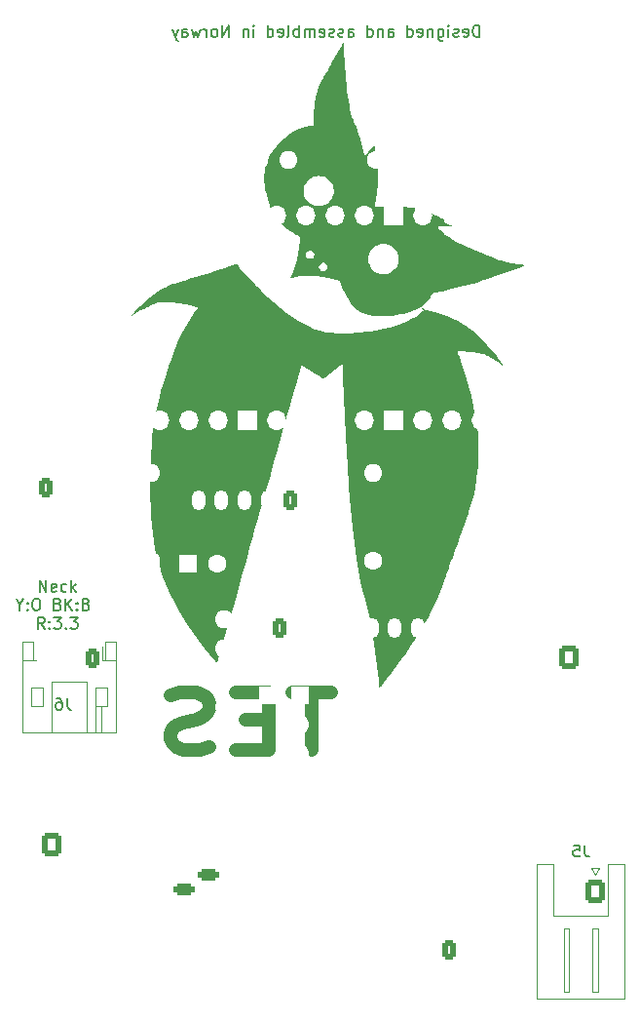
<source format=gbo>
%TF.GenerationSoftware,KiCad,Pcbnew,6.0.11+dfsg-1~bpo11+1*%
%TF.CreationDate,2023-11-13T20:24:00+01:00*%
%TF.ProjectId,v4_pico,76345f70-6963-46f2-9e6b-696361645f70,rev?*%
%TF.SameCoordinates,Original*%
%TF.FileFunction,Legend,Bot*%
%TF.FilePolarity,Positive*%
%FSLAX46Y46*%
G04 Gerber Fmt 4.6, Leading zero omitted, Abs format (unit mm)*
G04 Created by KiCad (PCBNEW 6.0.11+dfsg-1~bpo11+1) date 2023-11-13 20:24:00*
%MOMM*%
%LPD*%
G01*
G04 APERTURE LIST*
G04 Aperture macros list*
%AMRoundRect*
0 Rectangle with rounded corners*
0 $1 Rounding radius*
0 $2 $3 $4 $5 $6 $7 $8 $9 X,Y pos of 4 corners*
0 Add a 4 corners polygon primitive as box body*
4,1,4,$2,$3,$4,$5,$6,$7,$8,$9,$2,$3,0*
0 Add four circle primitives for the rounded corners*
1,1,$1+$1,$2,$3*
1,1,$1+$1,$4,$5*
1,1,$1+$1,$6,$7*
1,1,$1+$1,$8,$9*
0 Add four rect primitives between the rounded corners*
20,1,$1+$1,$2,$3,$4,$5,0*
20,1,$1+$1,$4,$5,$6,$7,0*
20,1,$1+$1,$6,$7,$8,$9,0*
20,1,$1+$1,$8,$9,$2,$3,0*%
G04 Aperture macros list end*
%ADD10C,0.150000*%
%ADD11C,1.150000*%
%ADD12C,0.120000*%
%ADD13R,1.600000X1.600000*%
%ADD14C,1.600000*%
%ADD15R,2.500000X2.500000*%
%ADD16RoundRect,0.250000X0.350000X0.625000X-0.350000X0.625000X-0.350000X-0.625000X0.350000X-0.625000X0*%
%ADD17O,1.200000X1.750000*%
%ADD18RoundRect,0.250000X-0.350000X-0.625000X0.350000X-0.625000X0.350000X0.625000X-0.350000X0.625000X0*%
%ADD19C,3.200000*%
%ADD20O,1.600000X1.600000*%
%ADD21O,1.700000X1.700000*%
%ADD22R,1.700000X1.700000*%
%ADD23RoundRect,0.250000X-0.600000X-0.750000X0.600000X-0.750000X0.600000X0.750000X-0.600000X0.750000X0*%
%ADD24O,1.700000X2.000000*%
%ADD25R,1.500000X1.500000*%
%ADD26O,1.500000X1.500000*%
%ADD27C,1.700000*%
%ADD28C,1.400000*%
%ADD29C,2.000000*%
%ADD30C,1.524000*%
%ADD31O,1.524000X2.000000*%
%ADD32O,2.000000X1.524000*%
%ADD33C,4.300000*%
%ADD34R,1.800000X1.100000*%
%ADD35RoundRect,0.275000X-0.625000X0.275000X-0.625000X-0.275000X0.625000X-0.275000X0.625000X0.275000X0*%
%ADD36R,1.200000X1.200000*%
%ADD37C,1.200000*%
%ADD38RoundRect,0.250000X0.600000X0.750000X-0.600000X0.750000X-0.600000X-0.750000X0.600000X-0.750000X0*%
G04 APERTURE END LIST*
D10*
X205081380Y-70724380D02*
X205081380Y-69724380D01*
X205652809Y-70724380D01*
X205652809Y-69724380D01*
X206509952Y-70676761D02*
X206414714Y-70724380D01*
X206224238Y-70724380D01*
X206129000Y-70676761D01*
X206081380Y-70581523D01*
X206081380Y-70200571D01*
X206129000Y-70105333D01*
X206224238Y-70057714D01*
X206414714Y-70057714D01*
X206509952Y-70105333D01*
X206557571Y-70200571D01*
X206557571Y-70295809D01*
X206081380Y-70391047D01*
X207414714Y-70676761D02*
X207319476Y-70724380D01*
X207129000Y-70724380D01*
X207033761Y-70676761D01*
X206986142Y-70629142D01*
X206938523Y-70533904D01*
X206938523Y-70248190D01*
X206986142Y-70152952D01*
X207033761Y-70105333D01*
X207129000Y-70057714D01*
X207319476Y-70057714D01*
X207414714Y-70105333D01*
X207843285Y-70724380D02*
X207843285Y-69724380D01*
X207938523Y-70343428D02*
X208224238Y-70724380D01*
X208224238Y-70057714D02*
X207843285Y-70438666D01*
X203367095Y-71858190D02*
X203367095Y-72334380D01*
X203033761Y-71334380D02*
X203367095Y-71858190D01*
X203700428Y-71334380D01*
X204033761Y-72239142D02*
X204081380Y-72286761D01*
X204033761Y-72334380D01*
X203986142Y-72286761D01*
X204033761Y-72239142D01*
X204033761Y-72334380D01*
X204033761Y-71715333D02*
X204081380Y-71762952D01*
X204033761Y-71810571D01*
X203986142Y-71762952D01*
X204033761Y-71715333D01*
X204033761Y-71810571D01*
X204700428Y-71334380D02*
X204890904Y-71334380D01*
X204986142Y-71382000D01*
X205081380Y-71477238D01*
X205129000Y-71667714D01*
X205129000Y-72001047D01*
X205081380Y-72191523D01*
X204986142Y-72286761D01*
X204890904Y-72334380D01*
X204700428Y-72334380D01*
X204605190Y-72286761D01*
X204509952Y-72191523D01*
X204462333Y-72001047D01*
X204462333Y-71667714D01*
X204509952Y-71477238D01*
X204605190Y-71382000D01*
X204700428Y-71334380D01*
X206652809Y-71810571D02*
X206795666Y-71858190D01*
X206843285Y-71905809D01*
X206890904Y-72001047D01*
X206890904Y-72143904D01*
X206843285Y-72239142D01*
X206795666Y-72286761D01*
X206700428Y-72334380D01*
X206319476Y-72334380D01*
X206319476Y-71334380D01*
X206652809Y-71334380D01*
X206748047Y-71382000D01*
X206795666Y-71429619D01*
X206843285Y-71524857D01*
X206843285Y-71620095D01*
X206795666Y-71715333D01*
X206748047Y-71762952D01*
X206652809Y-71810571D01*
X206319476Y-71810571D01*
X207319476Y-72334380D02*
X207319476Y-71334380D01*
X207890904Y-72334380D02*
X207462333Y-71762952D01*
X207890904Y-71334380D02*
X207319476Y-71905809D01*
X208319476Y-72239142D02*
X208367095Y-72286761D01*
X208319476Y-72334380D01*
X208271857Y-72286761D01*
X208319476Y-72239142D01*
X208319476Y-72334380D01*
X208319476Y-71715333D02*
X208367095Y-71762952D01*
X208319476Y-71810571D01*
X208271857Y-71762952D01*
X208319476Y-71715333D01*
X208319476Y-71810571D01*
X209129000Y-71810571D02*
X209271857Y-71858190D01*
X209319476Y-71905809D01*
X209367095Y-72001047D01*
X209367095Y-72143904D01*
X209319476Y-72239142D01*
X209271857Y-72286761D01*
X209176619Y-72334380D01*
X208795666Y-72334380D01*
X208795666Y-71334380D01*
X209129000Y-71334380D01*
X209224238Y-71382000D01*
X209271857Y-71429619D01*
X209319476Y-71524857D01*
X209319476Y-71620095D01*
X209271857Y-71715333D01*
X209224238Y-71762952D01*
X209129000Y-71810571D01*
X208795666Y-71810571D01*
X205509952Y-73944380D02*
X205176619Y-73468190D01*
X204938523Y-73944380D02*
X204938523Y-72944380D01*
X205319476Y-72944380D01*
X205414714Y-72992000D01*
X205462333Y-73039619D01*
X205509952Y-73134857D01*
X205509952Y-73277714D01*
X205462333Y-73372952D01*
X205414714Y-73420571D01*
X205319476Y-73468190D01*
X204938523Y-73468190D01*
X205938523Y-73849142D02*
X205986142Y-73896761D01*
X205938523Y-73944380D01*
X205890904Y-73896761D01*
X205938523Y-73849142D01*
X205938523Y-73944380D01*
X205938523Y-73325333D02*
X205986142Y-73372952D01*
X205938523Y-73420571D01*
X205890904Y-73372952D01*
X205938523Y-73325333D01*
X205938523Y-73420571D01*
X206319476Y-72944380D02*
X206938523Y-72944380D01*
X206605190Y-73325333D01*
X206748047Y-73325333D01*
X206843285Y-73372952D01*
X206890904Y-73420571D01*
X206938523Y-73515809D01*
X206938523Y-73753904D01*
X206890904Y-73849142D01*
X206843285Y-73896761D01*
X206748047Y-73944380D01*
X206462333Y-73944380D01*
X206367095Y-73896761D01*
X206319476Y-73849142D01*
X207367095Y-73849142D02*
X207414714Y-73896761D01*
X207367095Y-73944380D01*
X207319476Y-73896761D01*
X207367095Y-73849142D01*
X207367095Y-73944380D01*
X207748047Y-72944380D02*
X208367095Y-72944380D01*
X208033761Y-73325333D01*
X208176619Y-73325333D01*
X208271857Y-73372952D01*
X208319476Y-73420571D01*
X208367095Y-73515809D01*
X208367095Y-73753904D01*
X208319476Y-73849142D01*
X208271857Y-73896761D01*
X208176619Y-73944380D01*
X207890904Y-73944380D01*
X207795666Y-73896761D01*
X207748047Y-73849142D01*
D11*
X230424714Y-79456304D02*
X226996142Y-79456304D01*
X228710428Y-84456304D02*
X228710428Y-79456304D01*
X224996142Y-81837257D02*
X222996142Y-81837257D01*
X222139000Y-84456304D02*
X224996142Y-84456304D01*
X224996142Y-79456304D01*
X222139000Y-79456304D01*
X219853285Y-84218209D02*
X218996142Y-84456304D01*
X217567571Y-84456304D01*
X216996142Y-84218209D01*
X216710428Y-83980114D01*
X216424714Y-83503923D01*
X216424714Y-83027733D01*
X216710428Y-82551542D01*
X216996142Y-82313447D01*
X217567571Y-82075352D01*
X218710428Y-81837257D01*
X219281857Y-81599161D01*
X219567571Y-81361066D01*
X219853285Y-80884876D01*
X219853285Y-80408685D01*
X219567571Y-79932495D01*
X219281857Y-79694400D01*
X218710428Y-79456304D01*
X217281857Y-79456304D01*
X216424714Y-79694400D01*
D10*
X243282714Y-22550380D02*
X243282714Y-21550380D01*
X243044619Y-21550380D01*
X242901761Y-21598000D01*
X242806523Y-21693238D01*
X242758904Y-21788476D01*
X242711285Y-21978952D01*
X242711285Y-22121809D01*
X242758904Y-22312285D01*
X242806523Y-22407523D01*
X242901761Y-22502761D01*
X243044619Y-22550380D01*
X243282714Y-22550380D01*
X241901761Y-22502761D02*
X241997000Y-22550380D01*
X242187476Y-22550380D01*
X242282714Y-22502761D01*
X242330333Y-22407523D01*
X242330333Y-22026571D01*
X242282714Y-21931333D01*
X242187476Y-21883714D01*
X241997000Y-21883714D01*
X241901761Y-21931333D01*
X241854142Y-22026571D01*
X241854142Y-22121809D01*
X242330333Y-22217047D01*
X241473190Y-22502761D02*
X241377952Y-22550380D01*
X241187476Y-22550380D01*
X241092238Y-22502761D01*
X241044619Y-22407523D01*
X241044619Y-22359904D01*
X241092238Y-22264666D01*
X241187476Y-22217047D01*
X241330333Y-22217047D01*
X241425571Y-22169428D01*
X241473190Y-22074190D01*
X241473190Y-22026571D01*
X241425571Y-21931333D01*
X241330333Y-21883714D01*
X241187476Y-21883714D01*
X241092238Y-21931333D01*
X240616047Y-22550380D02*
X240616047Y-21883714D01*
X240616047Y-21550380D02*
X240663666Y-21598000D01*
X240616047Y-21645619D01*
X240568428Y-21598000D01*
X240616047Y-21550380D01*
X240616047Y-21645619D01*
X239711285Y-21883714D02*
X239711285Y-22693238D01*
X239758904Y-22788476D01*
X239806523Y-22836095D01*
X239901761Y-22883714D01*
X240044619Y-22883714D01*
X240139857Y-22836095D01*
X239711285Y-22502761D02*
X239806523Y-22550380D01*
X239997000Y-22550380D01*
X240092238Y-22502761D01*
X240139857Y-22455142D01*
X240187476Y-22359904D01*
X240187476Y-22074190D01*
X240139857Y-21978952D01*
X240092238Y-21931333D01*
X239997000Y-21883714D01*
X239806523Y-21883714D01*
X239711285Y-21931333D01*
X239235095Y-21883714D02*
X239235095Y-22550380D01*
X239235095Y-21978952D02*
X239187476Y-21931333D01*
X239092238Y-21883714D01*
X238949380Y-21883714D01*
X238854142Y-21931333D01*
X238806523Y-22026571D01*
X238806523Y-22550380D01*
X237949380Y-22502761D02*
X238044619Y-22550380D01*
X238235095Y-22550380D01*
X238330333Y-22502761D01*
X238377952Y-22407523D01*
X238377952Y-22026571D01*
X238330333Y-21931333D01*
X238235095Y-21883714D01*
X238044619Y-21883714D01*
X237949380Y-21931333D01*
X237901761Y-22026571D01*
X237901761Y-22121809D01*
X238377952Y-22217047D01*
X237044619Y-22550380D02*
X237044619Y-21550380D01*
X237044619Y-22502761D02*
X237139857Y-22550380D01*
X237330333Y-22550380D01*
X237425571Y-22502761D01*
X237473190Y-22455142D01*
X237520809Y-22359904D01*
X237520809Y-22074190D01*
X237473190Y-21978952D01*
X237425571Y-21931333D01*
X237330333Y-21883714D01*
X237139857Y-21883714D01*
X237044619Y-21931333D01*
X235377952Y-22550380D02*
X235377952Y-22026571D01*
X235425571Y-21931333D01*
X235520809Y-21883714D01*
X235711285Y-21883714D01*
X235806523Y-21931333D01*
X235377952Y-22502761D02*
X235473190Y-22550380D01*
X235711285Y-22550380D01*
X235806523Y-22502761D01*
X235854142Y-22407523D01*
X235854142Y-22312285D01*
X235806523Y-22217047D01*
X235711285Y-22169428D01*
X235473190Y-22169428D01*
X235377952Y-22121809D01*
X234901761Y-21883714D02*
X234901761Y-22550380D01*
X234901761Y-21978952D02*
X234854142Y-21931333D01*
X234758904Y-21883714D01*
X234616047Y-21883714D01*
X234520809Y-21931333D01*
X234473190Y-22026571D01*
X234473190Y-22550380D01*
X233568428Y-22550380D02*
X233568428Y-21550380D01*
X233568428Y-22502761D02*
X233663666Y-22550380D01*
X233854142Y-22550380D01*
X233949380Y-22502761D01*
X233997000Y-22455142D01*
X234044619Y-22359904D01*
X234044619Y-22074190D01*
X233997000Y-21978952D01*
X233949380Y-21931333D01*
X233854142Y-21883714D01*
X233663666Y-21883714D01*
X233568428Y-21931333D01*
X231901761Y-22550380D02*
X231901761Y-22026571D01*
X231949380Y-21931333D01*
X232044619Y-21883714D01*
X232235095Y-21883714D01*
X232330333Y-21931333D01*
X231901761Y-22502761D02*
X231997000Y-22550380D01*
X232235095Y-22550380D01*
X232330333Y-22502761D01*
X232377952Y-22407523D01*
X232377952Y-22312285D01*
X232330333Y-22217047D01*
X232235095Y-22169428D01*
X231997000Y-22169428D01*
X231901761Y-22121809D01*
X231473190Y-22502761D02*
X231377952Y-22550380D01*
X231187476Y-22550380D01*
X231092238Y-22502761D01*
X231044619Y-22407523D01*
X231044619Y-22359904D01*
X231092238Y-22264666D01*
X231187476Y-22217047D01*
X231330333Y-22217047D01*
X231425571Y-22169428D01*
X231473190Y-22074190D01*
X231473190Y-22026571D01*
X231425571Y-21931333D01*
X231330333Y-21883714D01*
X231187476Y-21883714D01*
X231092238Y-21931333D01*
X230663666Y-22502761D02*
X230568428Y-22550380D01*
X230377952Y-22550380D01*
X230282714Y-22502761D01*
X230235095Y-22407523D01*
X230235095Y-22359904D01*
X230282714Y-22264666D01*
X230377952Y-22217047D01*
X230520809Y-22217047D01*
X230616047Y-22169428D01*
X230663666Y-22074190D01*
X230663666Y-22026571D01*
X230616047Y-21931333D01*
X230520809Y-21883714D01*
X230377952Y-21883714D01*
X230282714Y-21931333D01*
X229425571Y-22502761D02*
X229520809Y-22550380D01*
X229711285Y-22550380D01*
X229806523Y-22502761D01*
X229854142Y-22407523D01*
X229854142Y-22026571D01*
X229806523Y-21931333D01*
X229711285Y-21883714D01*
X229520809Y-21883714D01*
X229425571Y-21931333D01*
X229377952Y-22026571D01*
X229377952Y-22121809D01*
X229854142Y-22217047D01*
X228949380Y-22550380D02*
X228949380Y-21883714D01*
X228949380Y-21978952D02*
X228901761Y-21931333D01*
X228806523Y-21883714D01*
X228663666Y-21883714D01*
X228568428Y-21931333D01*
X228520809Y-22026571D01*
X228520809Y-22550380D01*
X228520809Y-22026571D02*
X228473190Y-21931333D01*
X228377952Y-21883714D01*
X228235095Y-21883714D01*
X228139857Y-21931333D01*
X228092238Y-22026571D01*
X228092238Y-22550380D01*
X227616047Y-22550380D02*
X227616047Y-21550380D01*
X227616047Y-21931333D02*
X227520809Y-21883714D01*
X227330333Y-21883714D01*
X227235095Y-21931333D01*
X227187476Y-21978952D01*
X227139857Y-22074190D01*
X227139857Y-22359904D01*
X227187476Y-22455142D01*
X227235095Y-22502761D01*
X227330333Y-22550380D01*
X227520809Y-22550380D01*
X227616047Y-22502761D01*
X226568428Y-22550380D02*
X226663666Y-22502761D01*
X226711285Y-22407523D01*
X226711285Y-21550380D01*
X225806523Y-22502761D02*
X225901761Y-22550380D01*
X226092238Y-22550380D01*
X226187476Y-22502761D01*
X226235095Y-22407523D01*
X226235095Y-22026571D01*
X226187476Y-21931333D01*
X226092238Y-21883714D01*
X225901761Y-21883714D01*
X225806523Y-21931333D01*
X225758904Y-22026571D01*
X225758904Y-22121809D01*
X226235095Y-22217047D01*
X224901761Y-22550380D02*
X224901761Y-21550380D01*
X224901761Y-22502761D02*
X224997000Y-22550380D01*
X225187476Y-22550380D01*
X225282714Y-22502761D01*
X225330333Y-22455142D01*
X225377952Y-22359904D01*
X225377952Y-22074190D01*
X225330333Y-21978952D01*
X225282714Y-21931333D01*
X225187476Y-21883714D01*
X224997000Y-21883714D01*
X224901761Y-21931333D01*
X223663666Y-22550380D02*
X223663666Y-21883714D01*
X223663666Y-21550380D02*
X223711285Y-21598000D01*
X223663666Y-21645619D01*
X223616047Y-21598000D01*
X223663666Y-21550380D01*
X223663666Y-21645619D01*
X223187476Y-21883714D02*
X223187476Y-22550380D01*
X223187476Y-21978952D02*
X223139857Y-21931333D01*
X223044619Y-21883714D01*
X222901761Y-21883714D01*
X222806523Y-21931333D01*
X222758904Y-22026571D01*
X222758904Y-22550380D01*
X221520809Y-22550380D02*
X221520809Y-21550380D01*
X220949380Y-22550380D01*
X220949380Y-21550380D01*
X220330333Y-22550380D02*
X220425571Y-22502761D01*
X220473190Y-22455142D01*
X220520809Y-22359904D01*
X220520809Y-22074190D01*
X220473190Y-21978952D01*
X220425571Y-21931333D01*
X220330333Y-21883714D01*
X220187476Y-21883714D01*
X220092238Y-21931333D01*
X220044619Y-21978952D01*
X219997000Y-22074190D01*
X219997000Y-22359904D01*
X220044619Y-22455142D01*
X220092238Y-22502761D01*
X220187476Y-22550380D01*
X220330333Y-22550380D01*
X219568428Y-22550380D02*
X219568428Y-21883714D01*
X219568428Y-22074190D02*
X219520809Y-21978952D01*
X219473190Y-21931333D01*
X219377952Y-21883714D01*
X219282714Y-21883714D01*
X219044619Y-21883714D02*
X218854142Y-22550380D01*
X218663666Y-22074190D01*
X218473190Y-22550380D01*
X218282714Y-21883714D01*
X217473190Y-22550380D02*
X217473190Y-22026571D01*
X217520809Y-21931333D01*
X217616047Y-21883714D01*
X217806523Y-21883714D01*
X217901761Y-21931333D01*
X217473190Y-22502761D02*
X217568428Y-22550380D01*
X217806523Y-22550380D01*
X217901761Y-22502761D01*
X217949380Y-22407523D01*
X217949380Y-22312285D01*
X217901761Y-22217047D01*
X217806523Y-22169428D01*
X217568428Y-22169428D01*
X217473190Y-22121809D01*
X217092238Y-21883714D02*
X216854142Y-22550380D01*
X216616047Y-21883714D02*
X216854142Y-22550380D01*
X216949380Y-22788476D01*
X216997000Y-22836095D01*
X217092238Y-22883714D01*
X207470333Y-79970380D02*
X207470333Y-80684666D01*
X207517952Y-80827523D01*
X207613190Y-80922761D01*
X207756047Y-80970380D01*
X207851285Y-80970380D01*
X206565571Y-79970380D02*
X206756047Y-79970380D01*
X206851285Y-80018000D01*
X206898904Y-80065619D01*
X206994142Y-80208476D01*
X207041761Y-80398952D01*
X207041761Y-80779904D01*
X206994142Y-80875142D01*
X206946523Y-80922761D01*
X206851285Y-80970380D01*
X206660809Y-80970380D01*
X206565571Y-80922761D01*
X206517952Y-80875142D01*
X206470333Y-80779904D01*
X206470333Y-80541809D01*
X206517952Y-80446571D01*
X206565571Y-80398952D01*
X206660809Y-80351333D01*
X206851285Y-80351333D01*
X206946523Y-80398952D01*
X206994142Y-80446571D01*
X207041761Y-80541809D01*
X252448333Y-92726380D02*
X252448333Y-93440666D01*
X252495952Y-93583523D01*
X252591190Y-93678761D01*
X252734047Y-93726380D01*
X252829285Y-93726380D01*
X251495952Y-92726380D02*
X251972142Y-92726380D01*
X252019761Y-93202571D01*
X251972142Y-93154952D01*
X251876904Y-93107333D01*
X251638809Y-93107333D01*
X251543571Y-93154952D01*
X251495952Y-93202571D01*
X251448333Y-93297809D01*
X251448333Y-93535904D01*
X251495952Y-93631142D01*
X251543571Y-93678761D01*
X251638809Y-93726380D01*
X251876904Y-93726380D01*
X251972142Y-93678761D01*
X252019761Y-93631142D01*
D12*
X210785000Y-75084000D02*
X211705000Y-75084000D01*
X209945000Y-79044000D02*
X210945000Y-79044000D01*
X203585000Y-82904000D02*
X203585000Y-75084000D01*
X211705000Y-82904000D02*
X203585000Y-82904000D01*
X209145000Y-82904000D02*
X209145000Y-78544000D01*
X210945000Y-80644000D02*
X209945000Y-80644000D01*
X210785000Y-76684000D02*
X210785000Y-75084000D01*
X206145000Y-78544000D02*
X206145000Y-82904000D01*
X204505000Y-75084000D02*
X204505000Y-76684000D01*
X204345000Y-80644000D02*
X205345000Y-80644000D01*
X203585000Y-76684000D02*
X204505000Y-76684000D01*
X210445000Y-80644000D02*
X210445000Y-82904000D01*
X209945000Y-80644000D02*
X209945000Y-82904000D01*
X205345000Y-80644000D02*
X205345000Y-79044000D01*
X209945000Y-80644000D02*
X209945000Y-79044000D01*
X203585000Y-75084000D02*
X204505000Y-75084000D01*
X210505000Y-76684000D02*
X210785000Y-76684000D01*
X209145000Y-78544000D02*
X206145000Y-78544000D01*
X211705000Y-76684000D02*
X210785000Y-76684000D01*
X210505000Y-76684000D02*
X210505000Y-75469000D01*
X204505000Y-76684000D02*
X204785000Y-76684000D01*
X211705000Y-75084000D02*
X211705000Y-82904000D01*
X205345000Y-79044000D02*
X204345000Y-79044000D01*
X210945000Y-79044000D02*
X210945000Y-80644000D01*
X204345000Y-79044000D02*
X204345000Y-80644000D01*
X253615000Y-99974000D02*
X253615000Y-105474000D01*
X248305000Y-94364000D02*
X249725000Y-94364000D01*
X253115000Y-99974000D02*
X253615000Y-99974000D01*
X252115000Y-106084000D02*
X255925000Y-106084000D01*
X249725000Y-98864000D02*
X252115000Y-98864000D01*
X254505000Y-94364000D02*
X254505000Y-98864000D01*
X253065000Y-94674000D02*
X253365000Y-95274000D01*
X254505000Y-98864000D02*
X252115000Y-98864000D01*
X253665000Y-94674000D02*
X253065000Y-94674000D01*
X250615000Y-99974000D02*
X251115000Y-99974000D01*
X250615000Y-105474000D02*
X250615000Y-99974000D01*
X253615000Y-105474000D02*
X253115000Y-105474000D01*
X249725000Y-94364000D02*
X249725000Y-98864000D01*
X253365000Y-95274000D02*
X253665000Y-94674000D01*
X255925000Y-94364000D02*
X254505000Y-94364000D01*
X251115000Y-105474000D02*
X250615000Y-105474000D01*
X251115000Y-99974000D02*
X251115000Y-105474000D01*
X253115000Y-105474000D02*
X253115000Y-99974000D01*
X255925000Y-106084000D02*
X255925000Y-94364000D01*
X252115000Y-106084000D02*
X248305000Y-106084000D01*
X248305000Y-106084000D02*
X248305000Y-94364000D01*
G36*
X222162711Y-42241084D02*
G01*
X222201446Y-42267850D01*
X222246494Y-42318481D01*
X222265034Y-42343214D01*
X222360885Y-42464223D01*
X222486342Y-42614517D01*
X222636872Y-42789118D01*
X222807940Y-42983047D01*
X222995015Y-43191327D01*
X223193563Y-43408977D01*
X223399049Y-43631021D01*
X223606942Y-43852479D01*
X223812708Y-44068372D01*
X224011814Y-44273723D01*
X224199725Y-44463553D01*
X224348418Y-44610829D01*
X224911476Y-45148438D01*
X225465548Y-45645540D01*
X226009704Y-46101526D01*
X226543018Y-46515789D01*
X227064561Y-46887720D01*
X227573405Y-47216710D01*
X228068622Y-47502153D01*
X228549285Y-47743438D01*
X229014464Y-47939959D01*
X229463233Y-48091107D01*
X229894663Y-48196273D01*
X229913652Y-48199897D01*
X230192416Y-48241892D01*
X230513079Y-48272018D01*
X230869499Y-48290552D01*
X231255532Y-48297771D01*
X231665037Y-48293951D01*
X232091870Y-48279369D01*
X232529890Y-48254300D01*
X232972954Y-48219021D01*
X233414920Y-48173808D01*
X233849644Y-48118938D01*
X234270985Y-48054686D01*
X234672800Y-47981330D01*
X234892431Y-47935815D01*
X235467060Y-47799407D01*
X236003952Y-47645727D01*
X236501589Y-47475430D01*
X236958452Y-47289171D01*
X237373023Y-47087604D01*
X237743784Y-46871383D01*
X238069216Y-46641162D01*
X238347800Y-46397597D01*
X238363953Y-46381760D01*
X238428072Y-46316823D01*
X238455297Y-46275897D01*
X238442728Y-46249933D01*
X238387464Y-46229883D01*
X238286604Y-46206698D01*
X238252824Y-46196299D01*
X238236531Y-46178463D01*
X238260291Y-46161683D01*
X238318125Y-46149148D01*
X238404050Y-46144050D01*
X238408459Y-46144042D01*
X238479902Y-46147475D01*
X238514056Y-46160875D01*
X238522800Y-46188710D01*
X238522932Y-46192403D01*
X238537736Y-46220361D01*
X238583641Y-46242689D01*
X238670019Y-46264189D01*
X238746262Y-46280479D01*
X239096089Y-46366597D01*
X239473746Y-46475839D01*
X239868262Y-46604144D01*
X240268665Y-46747450D01*
X240663985Y-46901697D01*
X241043250Y-47062822D01*
X241395488Y-47226764D01*
X241709728Y-47389461D01*
X242087093Y-47613881D01*
X242467035Y-47874591D01*
X242844737Y-48169958D01*
X243223292Y-48502705D01*
X243605792Y-48875553D01*
X243995332Y-49291225D01*
X244395004Y-49752441D01*
X244454841Y-49824611D01*
X244570704Y-49967456D01*
X244692478Y-50120999D01*
X244816458Y-50280255D01*
X244938936Y-50440239D01*
X245056208Y-50595966D01*
X245164565Y-50742453D01*
X245260303Y-50874714D01*
X245339715Y-50987765D01*
X245399094Y-51076621D01*
X245434735Y-51136297D01*
X245442930Y-51161810D01*
X245437701Y-51161459D01*
X245400941Y-51142005D01*
X245338068Y-51101082D01*
X245258870Y-51044906D01*
X245121397Y-50945568D01*
X244911300Y-50799133D01*
X244700156Y-50657779D01*
X244494748Y-50525741D01*
X244301859Y-50407254D01*
X244128272Y-50306552D01*
X243980770Y-50227870D01*
X243866136Y-50175442D01*
X243740421Y-50130858D01*
X243543545Y-50073579D01*
X243320288Y-50019640D01*
X243083942Y-49972188D01*
X242847800Y-49934370D01*
X242769921Y-49925641D01*
X242655536Y-49916093D01*
X242516805Y-49906686D01*
X242361153Y-49897714D01*
X242196006Y-49889471D01*
X242028788Y-49882252D01*
X241866924Y-49876350D01*
X241717840Y-49872061D01*
X241588960Y-49869678D01*
X241487710Y-49869495D01*
X241421515Y-49871807D01*
X241397800Y-49876909D01*
X241397933Y-49877749D01*
X241407867Y-49909232D01*
X241431772Y-49979537D01*
X241467093Y-50081293D01*
X241511272Y-50207127D01*
X241561752Y-50349665D01*
X241799143Y-51040986D01*
X242086132Y-51949155D01*
X242346097Y-52858861D01*
X242577591Y-53764009D01*
X242779170Y-54658500D01*
X242949387Y-55536237D01*
X243086797Y-56391125D01*
X243189955Y-57217066D01*
X243202905Y-57364816D01*
X243216042Y-57585366D01*
X243225961Y-57838771D01*
X243232662Y-58115829D01*
X243236146Y-58407342D01*
X243236416Y-58704108D01*
X243233472Y-58996929D01*
X243227315Y-59276603D01*
X243217947Y-59533932D01*
X243205368Y-59759714D01*
X243189581Y-59944751D01*
X243154787Y-60248461D01*
X243045909Y-61019211D01*
X242908561Y-61769094D01*
X242739463Y-62514802D01*
X242535332Y-63273027D01*
X242526727Y-63302721D01*
X242463637Y-63516954D01*
X242398649Y-63731057D01*
X242330301Y-63949288D01*
X242257128Y-64175904D01*
X242177668Y-64415161D01*
X242090458Y-64671317D01*
X241994034Y-64948627D01*
X241886933Y-65251350D01*
X241767692Y-65583742D01*
X241634848Y-65950060D01*
X241486937Y-66354560D01*
X241322497Y-66801500D01*
X241200013Y-67133778D01*
X241076134Y-67470411D01*
X240966334Y-67769594D01*
X240868819Y-68036344D01*
X240781793Y-68275680D01*
X240703462Y-68492621D01*
X240632028Y-68692183D01*
X240565699Y-68879386D01*
X240502677Y-69059248D01*
X240441168Y-69236787D01*
X240379377Y-69417022D01*
X240315509Y-69604970D01*
X240247767Y-69805650D01*
X240237352Y-69836509D01*
X240049325Y-70368868D01*
X239851375Y-70881488D01*
X239639278Y-71383571D01*
X239408809Y-71884318D01*
X239155741Y-72392931D01*
X238875851Y-72918613D01*
X238564911Y-73470564D01*
X238367763Y-73805923D01*
X238039520Y-74341642D01*
X237682739Y-74899741D01*
X237302344Y-75473196D01*
X236903259Y-76054981D01*
X236490405Y-76638071D01*
X236068708Y-77215442D01*
X235643089Y-77780067D01*
X235218473Y-78324923D01*
X234799783Y-78842983D01*
X234725426Y-78932063D01*
X234662235Y-79005645D01*
X234617258Y-79055652D01*
X234597166Y-79074461D01*
X234595090Y-79070041D01*
X234588005Y-79027252D01*
X234578289Y-78944765D01*
X234566680Y-78829697D01*
X234553917Y-78689164D01*
X234540736Y-78530283D01*
X234526740Y-78360191D01*
X234472467Y-77781677D01*
X234405912Y-77171707D01*
X234328753Y-76542851D01*
X234242669Y-75907682D01*
X234149340Y-75278771D01*
X234050444Y-74668689D01*
X233947661Y-74090009D01*
X233907731Y-73877757D01*
X233835528Y-73505057D01*
X233763695Y-73150334D01*
X233690325Y-72805367D01*
X233613515Y-72461936D01*
X233531359Y-72111822D01*
X233441953Y-71746803D01*
X233343392Y-71358660D01*
X233233772Y-70939172D01*
X233111187Y-70480120D01*
X233052202Y-70252076D01*
X232957503Y-69846422D01*
X232865143Y-69400343D01*
X232775018Y-68913040D01*
X232687026Y-68383709D01*
X232601064Y-67811552D01*
X232517030Y-67195766D01*
X232434822Y-66535550D01*
X232354336Y-65830104D01*
X232275471Y-65078626D01*
X232198123Y-64280315D01*
X232122190Y-63434371D01*
X232047571Y-62539992D01*
X231974161Y-61596376D01*
X231931124Y-61014098D01*
X231881642Y-60316995D01*
X231834249Y-59616992D01*
X231788712Y-58909805D01*
X231744797Y-58191147D01*
X231702270Y-57456732D01*
X231660897Y-56702273D01*
X231620444Y-55923485D01*
X231580677Y-55116080D01*
X231541361Y-54275774D01*
X231502264Y-53398279D01*
X231463151Y-52479310D01*
X231423788Y-51514580D01*
X231419089Y-51400373D01*
X231412204Y-51244170D01*
X231405753Y-51110231D01*
X231400096Y-51005493D01*
X231395589Y-50936894D01*
X231392593Y-50911372D01*
X231386700Y-50914857D01*
X231347984Y-50943918D01*
X231276658Y-50999692D01*
X231176777Y-51078941D01*
X231052396Y-51178428D01*
X230907570Y-51294916D01*
X230746353Y-51425167D01*
X230572800Y-51565943D01*
X230508365Y-51618195D01*
X230330387Y-51761275D01*
X230167941Y-51890040D01*
X230024859Y-52001560D01*
X229904973Y-52092900D01*
X229812114Y-52161130D01*
X229750112Y-52203315D01*
X229722800Y-52216525D01*
X229709199Y-52209840D01*
X229656099Y-52179172D01*
X229568155Y-52126297D01*
X229449883Y-52053996D01*
X229305801Y-51965049D01*
X229140427Y-51862238D01*
X228958279Y-51748345D01*
X228763874Y-51626151D01*
X228634070Y-51544504D01*
X228449333Y-51428850D01*
X228280807Y-51323987D01*
X228132830Y-51232579D01*
X228009741Y-51157291D01*
X227915879Y-51100785D01*
X227855583Y-51065725D01*
X227833192Y-51054776D01*
X227827290Y-51074393D01*
X227808161Y-51140719D01*
X227776183Y-51252566D01*
X227731751Y-51408542D01*
X227675260Y-51607252D01*
X227607103Y-51847302D01*
X227527676Y-52127297D01*
X227437372Y-52445844D01*
X227336586Y-52801549D01*
X227225712Y-53193018D01*
X227105145Y-53618856D01*
X226975279Y-54077670D01*
X226836508Y-54568064D01*
X226689228Y-55088647D01*
X226533832Y-55638022D01*
X226370714Y-56214796D01*
X226200270Y-56817576D01*
X226022893Y-57444966D01*
X225838978Y-58095574D01*
X225648920Y-58768004D01*
X225453112Y-59460862D01*
X225251950Y-60172756D01*
X225045827Y-60902290D01*
X224835138Y-61648070D01*
X224620277Y-62408703D01*
X224401639Y-63182794D01*
X224179618Y-63968949D01*
X223980540Y-64673798D01*
X223761486Y-65449125D01*
X223546128Y-66211108D01*
X223334863Y-66958354D01*
X223128085Y-67689469D01*
X222926191Y-68403061D01*
X222729576Y-69097738D01*
X222538636Y-69772105D01*
X222353765Y-70424771D01*
X222175360Y-71054343D01*
X222003816Y-71659427D01*
X221839528Y-72238630D01*
X221682893Y-72790561D01*
X221534306Y-73313825D01*
X221394161Y-73807030D01*
X221262856Y-74268784D01*
X221140784Y-74697692D01*
X221028343Y-75092363D01*
X220925927Y-75451404D01*
X220833932Y-75773421D01*
X220752753Y-76057022D01*
X220682787Y-76300814D01*
X220624428Y-76503404D01*
X220578072Y-76663398D01*
X220544115Y-76779406D01*
X220522951Y-76850032D01*
X220514978Y-76873885D01*
X220490569Y-76859526D01*
X220436245Y-76810448D01*
X220357329Y-76730595D01*
X220257584Y-76624216D01*
X220140774Y-76495559D01*
X220010664Y-76348875D01*
X219871016Y-76188411D01*
X219725596Y-76018416D01*
X219578167Y-75843139D01*
X219432492Y-75666829D01*
X219292337Y-75493736D01*
X219134946Y-75294633D01*
X218700578Y-74719081D01*
X218277962Y-74121222D01*
X217870338Y-73506732D01*
X217480945Y-72881286D01*
X217113024Y-72250560D01*
X216769814Y-71620230D01*
X216454556Y-70995971D01*
X216170489Y-70383459D01*
X215920854Y-69788369D01*
X215708889Y-69216376D01*
X215579788Y-68824408D01*
X215406479Y-68234323D01*
X215253451Y-67627567D01*
X215119724Y-66998932D01*
X215004320Y-66343207D01*
X214906258Y-65655184D01*
X214824559Y-64929651D01*
X214758242Y-64161401D01*
X214756007Y-64130336D01*
X214744332Y-63930259D01*
X214733926Y-63688044D01*
X214724851Y-63410383D01*
X214717170Y-63103966D01*
X214710944Y-62775484D01*
X214706236Y-62431630D01*
X214703109Y-62079093D01*
X214701623Y-61724565D01*
X214701842Y-61374737D01*
X214703828Y-61036301D01*
X214707642Y-60715947D01*
X214713348Y-60420366D01*
X214721007Y-60156250D01*
X214725120Y-60040705D01*
X214739078Y-59666919D01*
X214753855Y-59296699D01*
X214769219Y-58934689D01*
X214784936Y-58585537D01*
X214800771Y-58253888D01*
X214816491Y-57944388D01*
X214831863Y-57661684D01*
X214846653Y-57410422D01*
X214860626Y-57195247D01*
X214873550Y-57020806D01*
X214885191Y-56891746D01*
X214906030Y-56702064D01*
X214989589Y-56080342D01*
X215097924Y-55450980D01*
X215232635Y-54806109D01*
X215395324Y-54137855D01*
X215587592Y-53438347D01*
X215601178Y-53392090D01*
X215643572Y-53252841D01*
X215698569Y-53077347D01*
X215764609Y-52870265D01*
X215840134Y-52636255D01*
X215923587Y-52379974D01*
X216013409Y-52106080D01*
X216108041Y-51819232D01*
X216205926Y-51524087D01*
X216305504Y-51225304D01*
X216405218Y-50927540D01*
X216503509Y-50635454D01*
X216598819Y-50353704D01*
X216689589Y-50086948D01*
X216774262Y-49839844D01*
X216851279Y-49617050D01*
X216919081Y-49423225D01*
X216976110Y-49263025D01*
X217020809Y-49141111D01*
X217051618Y-49062139D01*
X217178555Y-48773497D01*
X217377300Y-48364941D01*
X217603096Y-47941497D01*
X217849902Y-47513543D01*
X218111677Y-47091454D01*
X218382381Y-46685607D01*
X218655971Y-46306378D01*
X218715585Y-46225380D01*
X218780601Y-46129306D01*
X218814017Y-46067112D01*
X218814865Y-46040420D01*
X218806389Y-46036780D01*
X218751382Y-46019729D01*
X218657695Y-45994719D01*
X218532991Y-45963525D01*
X218384934Y-45927921D01*
X218221187Y-45889680D01*
X218049412Y-45850577D01*
X217877273Y-45812386D01*
X217712433Y-45776882D01*
X217562554Y-45745837D01*
X217435300Y-45721027D01*
X217152371Y-45671697D01*
X216740007Y-45613808D01*
X216362777Y-45579472D01*
X216015497Y-45568131D01*
X215914473Y-45569173D01*
X215714995Y-45579214D01*
X215527798Y-45601919D01*
X215343862Y-45639743D01*
X215154166Y-45695141D01*
X214949688Y-45770569D01*
X214721406Y-45868479D01*
X214460300Y-45991329D01*
X214404112Y-46018734D01*
X214123754Y-46160246D01*
X213853703Y-46305512D01*
X213577459Y-46463642D01*
X213278524Y-46643743D01*
X213275577Y-46645553D01*
X213175900Y-46705210D01*
X213092572Y-46752184D01*
X213034235Y-46781797D01*
X213009534Y-46789369D01*
X213009287Y-46789063D01*
X213020964Y-46764388D01*
X213063364Y-46710255D01*
X213131539Y-46631857D01*
X213220537Y-46534389D01*
X213325409Y-46423042D01*
X213441205Y-46303009D01*
X213562975Y-46179483D01*
X213685768Y-46057657D01*
X213804634Y-45942724D01*
X213914625Y-45839877D01*
X213984744Y-45776002D01*
X214354241Y-45449789D01*
X214700607Y-45162626D01*
X215027244Y-44911996D01*
X215337554Y-44695383D01*
X215634939Y-44510270D01*
X215922800Y-44354140D01*
X215995260Y-44318285D01*
X216146043Y-44246860D01*
X216302246Y-44177565D01*
X216468164Y-44108913D01*
X216648088Y-44039412D01*
X216846311Y-43967572D01*
X217067125Y-43891905D01*
X217314823Y-43810920D01*
X217593697Y-43723128D01*
X217908040Y-43627038D01*
X218262143Y-43521161D01*
X218660300Y-43404006D01*
X218718810Y-43386884D01*
X219156608Y-43257798D01*
X219551844Y-43139313D01*
X219909709Y-43029720D01*
X220235396Y-42927306D01*
X220534094Y-42830362D01*
X220810995Y-42737177D01*
X221071291Y-42646038D01*
X221320173Y-42555237D01*
X221562832Y-42463061D01*
X221804460Y-42367800D01*
X221837157Y-42354756D01*
X221953005Y-42309663D01*
X222051099Y-42273171D01*
X222121935Y-42248738D01*
X222156008Y-42239825D01*
X222162711Y-42241084D01*
G37*
G36*
X245063310Y-41933024D02*
G01*
X245269530Y-42003947D01*
X245455806Y-42063231D01*
X245625552Y-42112165D01*
X245782183Y-42152039D01*
X245839726Y-42164553D01*
X245968841Y-42188807D01*
X246129544Y-42215867D01*
X246310509Y-42244098D01*
X246500409Y-42271865D01*
X246687915Y-42297532D01*
X246861701Y-42319464D01*
X247010438Y-42336025D01*
X247122800Y-42345581D01*
X247133551Y-42346296D01*
X247205383Y-42356623D01*
X247234199Y-42374792D01*
X247218923Y-42401754D01*
X247158481Y-42438462D01*
X247051798Y-42485866D01*
X246897800Y-42544920D01*
X246471349Y-42700670D01*
X245903622Y-42906524D01*
X245373917Y-43096766D01*
X244883170Y-43271073D01*
X244432319Y-43429122D01*
X244022300Y-43570592D01*
X243654051Y-43695160D01*
X243328507Y-43802503D01*
X243046606Y-43892299D01*
X242809285Y-43964226D01*
X242617480Y-44017961D01*
X242370193Y-44082928D01*
X241975920Y-44185260D01*
X241597421Y-44281967D01*
X241237646Y-44372358D01*
X240899545Y-44455743D01*
X240586068Y-44531431D01*
X240300165Y-44598733D01*
X240044786Y-44656956D01*
X239822882Y-44705411D01*
X239637401Y-44743408D01*
X239491294Y-44770255D01*
X239387511Y-44785262D01*
X239329003Y-44787738D01*
X239291575Y-44787964D01*
X239258695Y-44805429D01*
X239223459Y-44849599D01*
X239176037Y-44929590D01*
X239034190Y-45152161D01*
X238834916Y-45404334D01*
X238602509Y-45646840D01*
X238437853Y-45795089D01*
X238181236Y-45992954D01*
X237908832Y-46162345D01*
X237612392Y-46307646D01*
X237283663Y-46433238D01*
X236914395Y-46543505D01*
X236734135Y-46588898D01*
X236409326Y-46658505D01*
X236066612Y-46716235D01*
X235695450Y-46763763D01*
X235285300Y-46802768D01*
X235166974Y-46810235D01*
X234901927Y-46815089D01*
X234616276Y-46807136D01*
X234327483Y-46787394D01*
X234053004Y-46756883D01*
X233810300Y-46716623D01*
X233731627Y-46700057D01*
X233440176Y-46625299D01*
X233180678Y-46533460D01*
X232946884Y-46420031D01*
X232732543Y-46280506D01*
X232531404Y-46110376D01*
X232337215Y-45905134D01*
X232143727Y-45660272D01*
X231944688Y-45371283D01*
X231912459Y-45320837D01*
X231803195Y-45137623D01*
X231685763Y-44925260D01*
X231567051Y-44697239D01*
X231453946Y-44467047D01*
X231353337Y-44248175D01*
X231272112Y-44054110D01*
X231230230Y-43949856D01*
X231189330Y-43853845D01*
X231156848Y-43783727D01*
X231137416Y-43749964D01*
X231106885Y-43731028D01*
X231029780Y-43700800D01*
X230915644Y-43664742D01*
X230771238Y-43624501D01*
X230603324Y-43581722D01*
X230418665Y-43538050D01*
X230224020Y-43495133D01*
X230026154Y-43454615D01*
X229831827Y-43418144D01*
X229647800Y-43387364D01*
X229637923Y-43385838D01*
X229515848Y-43368193D01*
X229401586Y-43354676D01*
X229285506Y-43344761D01*
X229157971Y-43337921D01*
X229009348Y-43333628D01*
X228830002Y-43331354D01*
X228610300Y-43330573D01*
X228323718Y-43331937D01*
X228075497Y-43337265D01*
X227858198Y-43347546D01*
X227662296Y-43363771D01*
X227478263Y-43386927D01*
X227296574Y-43418003D01*
X227107702Y-43457989D01*
X226902121Y-43507872D01*
X226876204Y-43512533D01*
X226865050Y-43504542D01*
X226871381Y-43475754D01*
X226896983Y-43418262D01*
X226943644Y-43324158D01*
X227008708Y-43192496D01*
X227123475Y-42945039D01*
X227219057Y-42712546D01*
X227299238Y-42483638D01*
X229357836Y-42483638D01*
X229360564Y-42575891D01*
X229395572Y-42678485D01*
X229454106Y-42772579D01*
X229527350Y-42839655D01*
X229612431Y-42877819D01*
X229732391Y-42892746D01*
X229848023Y-42869257D01*
X229950465Y-42812726D01*
X230030850Y-42728526D01*
X230080314Y-42622031D01*
X230089993Y-42498613D01*
X230087283Y-42476951D01*
X230048885Y-42355256D01*
X229980195Y-42263769D01*
X229889626Y-42202663D01*
X229785589Y-42172108D01*
X229676497Y-42172278D01*
X229570763Y-42203343D01*
X229476800Y-42265477D01*
X229403020Y-42358852D01*
X229357836Y-42483638D01*
X227299238Y-42483638D01*
X227299802Y-42482028D01*
X227370057Y-42240494D01*
X227434170Y-41974955D01*
X227496489Y-41672421D01*
X227524899Y-41523161D01*
X227533343Y-41476062D01*
X228223625Y-41476062D01*
X228242396Y-41594688D01*
X228302611Y-41702201D01*
X228403822Y-41789517D01*
X228413943Y-41795454D01*
X228531766Y-41835123D01*
X228655812Y-41829953D01*
X228745871Y-41794016D01*
X233653177Y-41794016D01*
X233653436Y-41969640D01*
X233671821Y-42122490D01*
X233689881Y-42196818D01*
X233775935Y-42418165D01*
X233825991Y-42498613D01*
X233902819Y-42622087D01*
X234064239Y-42802321D01*
X234253901Y-42952607D01*
X234465513Y-43066682D01*
X234692781Y-43138285D01*
X234748369Y-43148589D01*
X234999471Y-43165257D01*
X235245034Y-43133791D01*
X235479990Y-43055755D01*
X235699269Y-42932715D01*
X235897800Y-42766235D01*
X236010898Y-42640219D01*
X236136466Y-42450894D01*
X236219255Y-42247038D01*
X236261890Y-42021549D01*
X236266996Y-41767326D01*
X236266560Y-41758632D01*
X236229707Y-41504040D01*
X236149206Y-41270719D01*
X236028082Y-41062128D01*
X235869356Y-40881724D01*
X235676053Y-40732966D01*
X235451193Y-40619310D01*
X235197800Y-40544215D01*
X235013710Y-40521562D01*
X234778716Y-40534262D01*
X234550275Y-40590552D01*
X234334458Y-40686907D01*
X234137342Y-40819802D01*
X233964998Y-40985713D01*
X233823502Y-41181113D01*
X233718927Y-41402479D01*
X233701592Y-41457631D01*
X233693644Y-41497179D01*
X233669682Y-41616414D01*
X233653177Y-41794016D01*
X228745871Y-41794016D01*
X228776111Y-41781949D01*
X228882696Y-41693119D01*
X228890042Y-41684094D01*
X228927628Y-41602267D01*
X228944319Y-41497179D01*
X228938762Y-41388740D01*
X228909606Y-41296860D01*
X228894744Y-41272046D01*
X228812155Y-41186036D01*
X228706130Y-41130978D01*
X228589307Y-41109647D01*
X228474324Y-41124816D01*
X228373821Y-41179259D01*
X228312196Y-41241812D01*
X228246742Y-41355409D01*
X228223625Y-41476062D01*
X227533343Y-41476062D01*
X227574513Y-41246428D01*
X227612714Y-41005481D01*
X227640531Y-40791860D01*
X227658993Y-40597100D01*
X227669132Y-40412739D01*
X227671975Y-40230316D01*
X227671150Y-39900022D01*
X227453225Y-39795425D01*
X227401391Y-39770074D01*
X227017554Y-39552480D01*
X226649299Y-39291691D01*
X226301724Y-38992900D01*
X225979930Y-38661300D01*
X225689017Y-38302083D01*
X225434084Y-37920444D01*
X225220232Y-37521574D01*
X225202925Y-37484340D01*
X225094172Y-37224640D01*
X224987776Y-36928717D01*
X224887269Y-36608472D01*
X224796179Y-36275805D01*
X224718037Y-35942618D01*
X224702691Y-35862530D01*
X228016084Y-35862530D01*
X228019665Y-36032218D01*
X228037679Y-36196374D01*
X228069522Y-36335817D01*
X228149279Y-36527259D01*
X228279270Y-36730813D01*
X228443232Y-36909513D01*
X228634266Y-37057161D01*
X228845476Y-37167562D01*
X229069963Y-37234518D01*
X229098818Y-37239653D01*
X229355402Y-37258316D01*
X229605111Y-37228973D01*
X229842700Y-37153235D01*
X230062926Y-37032714D01*
X230260544Y-36869017D01*
X230366720Y-36750151D01*
X230499296Y-36548461D01*
X230588843Y-36335657D01*
X230637375Y-36116503D01*
X230646908Y-35895761D01*
X230619458Y-35678193D01*
X230557040Y-35468563D01*
X230461669Y-35271632D01*
X230335361Y-35092164D01*
X230180131Y-34934922D01*
X229997994Y-34804668D01*
X229790967Y-34706164D01*
X229561064Y-34644174D01*
X229310300Y-34623461D01*
X229075582Y-34645635D01*
X228839071Y-34713278D01*
X228622477Y-34822837D01*
X228430367Y-34970747D01*
X228267312Y-35153447D01*
X228137880Y-35367372D01*
X228046640Y-35608960D01*
X228027540Y-35706491D01*
X228016084Y-35862530D01*
X224702691Y-35862530D01*
X224656375Y-35620810D01*
X224645901Y-35549774D01*
X224628175Y-35376333D01*
X224615841Y-35176623D01*
X224608906Y-34961504D01*
X224607377Y-34741836D01*
X224611260Y-34528479D01*
X224620561Y-34332294D01*
X224635287Y-34164141D01*
X224655443Y-34034880D01*
X224680517Y-33925232D01*
X224787404Y-33558982D01*
X224928350Y-33207083D01*
X225106865Y-32862526D01*
X225326458Y-32518305D01*
X225590638Y-32167411D01*
X225687880Y-32049178D01*
X226027609Y-31671936D01*
X226374574Y-31342317D01*
X226731121Y-31058578D01*
X227099596Y-30818976D01*
X227482347Y-30621767D01*
X227881721Y-30465208D01*
X227976421Y-30435027D01*
X228151296Y-30385793D01*
X228329074Y-30342758D01*
X228497266Y-30308603D01*
X228643384Y-30286013D01*
X228754937Y-30277668D01*
X228778987Y-30277122D01*
X228846198Y-30270511D01*
X228885300Y-30258900D01*
X228887665Y-30255251D01*
X228895546Y-30211415D01*
X228902175Y-30122682D01*
X228907376Y-29993082D01*
X228910974Y-29826648D01*
X228912793Y-29627411D01*
X228913300Y-29550126D01*
X228925596Y-29084674D01*
X228954275Y-28656869D01*
X229000299Y-28258060D01*
X229064631Y-27879597D01*
X229148234Y-27512830D01*
X229169581Y-27431274D01*
X229210880Y-27283702D01*
X229254071Y-27146212D01*
X229302085Y-27012152D01*
X229357855Y-26874869D01*
X229424311Y-26727709D01*
X229504384Y-26564019D01*
X229601007Y-26377145D01*
X229717110Y-26160434D01*
X229855625Y-25907233D01*
X229898298Y-25829859D01*
X230007816Y-25632166D01*
X230127096Y-25417921D01*
X230253698Y-25191426D01*
X230385184Y-24956985D01*
X230519112Y-24718901D01*
X230653045Y-24481476D01*
X230784541Y-24249013D01*
X230911162Y-24025816D01*
X231030468Y-23816187D01*
X231140019Y-23624430D01*
X231237376Y-23454848D01*
X231320098Y-23311743D01*
X231385748Y-23199419D01*
X231431885Y-23122178D01*
X231456069Y-23084324D01*
X231462060Y-23076501D01*
X231471743Y-23067087D01*
X231480122Y-23067397D01*
X231487585Y-23081457D01*
X231494520Y-23113293D01*
X231501314Y-23166930D01*
X231508355Y-23246395D01*
X231516030Y-23355714D01*
X231524729Y-23498912D01*
X231534837Y-23680015D01*
X231546744Y-23903050D01*
X231560837Y-24172041D01*
X231579489Y-24510832D01*
X231616832Y-25102848D01*
X231659006Y-25675067D01*
X231705630Y-26224132D01*
X231756322Y-26746681D01*
X231810700Y-27239357D01*
X231868384Y-27698799D01*
X231928993Y-28121650D01*
X231992144Y-28504548D01*
X232057456Y-28844135D01*
X232124548Y-29137052D01*
X232149021Y-29231847D01*
X232175953Y-29328994D01*
X232204659Y-29422137D01*
X232238153Y-29519600D01*
X232279449Y-29629704D01*
X232331562Y-29760771D01*
X232397508Y-29921125D01*
X232480301Y-30119087D01*
X232581033Y-30371823D01*
X232697415Y-30692389D01*
X232814336Y-31042150D01*
X232928470Y-31410338D01*
X233036492Y-31786181D01*
X233135078Y-32158910D01*
X233220901Y-32517756D01*
X233231397Y-32564272D01*
X233259586Y-32687629D01*
X233283803Y-32791396D01*
X233301751Y-32865818D01*
X233311136Y-32901140D01*
X233323899Y-32896704D01*
X233365335Y-32859448D01*
X233431572Y-32790908D01*
X233518795Y-32695186D01*
X233623192Y-32576385D01*
X233740950Y-32438610D01*
X234159320Y-31943039D01*
X234189947Y-32080250D01*
X234207252Y-32160155D01*
X234249335Y-32370878D01*
X234293495Y-32611538D01*
X234337949Y-32870867D01*
X234380911Y-33137595D01*
X234420599Y-33400449D01*
X234455229Y-33648162D01*
X234483017Y-33869463D01*
X234502180Y-34053080D01*
X234511588Y-34174739D01*
X234518203Y-34322780D01*
X234518596Y-34475093D01*
X234512739Y-34646802D01*
X234500600Y-34853035D01*
X234496921Y-34906593D01*
X234472231Y-35219024D01*
X234440912Y-35555113D01*
X234405045Y-35895761D01*
X234404586Y-35900123D01*
X234364874Y-36239317D01*
X234323398Y-36557957D01*
X234281780Y-36841307D01*
X234265007Y-36950307D01*
X234246894Y-37075719D01*
X234233693Y-37176630D01*
X234226472Y-37244745D01*
X234226302Y-37271770D01*
X234241543Y-37274104D01*
X234301096Y-37278554D01*
X234399740Y-37284274D01*
X234531232Y-37291009D01*
X234689330Y-37298503D01*
X234867791Y-37306501D01*
X235060373Y-37314747D01*
X235260834Y-37322987D01*
X235462931Y-37330964D01*
X235660422Y-37338425D01*
X235847064Y-37345113D01*
X236016616Y-37350773D01*
X236162834Y-37355151D01*
X236279476Y-37357990D01*
X236360300Y-37359035D01*
X236363695Y-37359037D01*
X236493314Y-37357005D01*
X236640556Y-37351700D01*
X236774203Y-37344238D01*
X236963326Y-37342753D01*
X237215209Y-37366339D01*
X237508298Y-37416542D01*
X237842061Y-37493251D01*
X238215966Y-37596358D01*
X238629480Y-37725752D01*
X238766959Y-37771779D01*
X238960096Y-37839740D01*
X239149261Y-37910902D01*
X239342483Y-37988630D01*
X239547792Y-38076289D01*
X239773219Y-38177241D01*
X240026792Y-38294850D01*
X240316542Y-38432480D01*
X240409790Y-38477167D01*
X240627239Y-38581556D01*
X240804981Y-38667308D01*
X240946976Y-38736482D01*
X241057187Y-38791137D01*
X241139574Y-38833330D01*
X241198099Y-38865121D01*
X241236723Y-38888568D01*
X241259407Y-38905730D01*
X241270112Y-38918665D01*
X241272800Y-38929432D01*
X241267966Y-38937678D01*
X241240734Y-38947288D01*
X241184797Y-38954204D01*
X241094833Y-38958792D01*
X240965525Y-38961416D01*
X240791550Y-38962441D01*
X240690809Y-38962945D01*
X240442340Y-38967288D01*
X240222213Y-38975733D01*
X240034031Y-38987942D01*
X239881397Y-39003575D01*
X239767912Y-39022293D01*
X239697179Y-39043758D01*
X239672800Y-39067632D01*
X239673909Y-39072427D01*
X239699672Y-39110693D01*
X239754688Y-39174213D01*
X239832463Y-39256541D01*
X239926497Y-39351233D01*
X240030295Y-39451845D01*
X240137360Y-39551933D01*
X240241194Y-39645053D01*
X240335300Y-39724760D01*
X240665874Y-39975854D01*
X241024628Y-40208114D01*
X241405891Y-40413920D01*
X241822800Y-40601009D01*
X241830516Y-40604182D01*
X241923712Y-40642919D01*
X242055014Y-40698004D01*
X242217341Y-40766443D01*
X242403613Y-40845240D01*
X242606751Y-40931402D01*
X242819673Y-41021935D01*
X243035300Y-41113842D01*
X243215966Y-41190777D01*
X243613550Y-41358641D01*
X243970705Y-41507121D01*
X244290844Y-41637509D01*
X244577381Y-41751095D01*
X244619806Y-41767326D01*
X244833732Y-41849170D01*
X245063310Y-41933024D01*
G37*
%LPC*%
D13*
X217975000Y-68326000D03*
D14*
X220475000Y-68326000D03*
X246293000Y-60198000D03*
X248793000Y-60198000D03*
D15*
X222377000Y-100838000D03*
X227605000Y-96774000D03*
X234569000Y-100838000D03*
X234569000Y-108966000D03*
X222377000Y-108966000D03*
X223901000Y-104902000D03*
X223541000Y-96774000D03*
X230505000Y-100838000D03*
X214249000Y-108966000D03*
X235733000Y-96774000D03*
X232029000Y-104902000D03*
X236093000Y-104902000D03*
X214249000Y-100838000D03*
X231669000Y-96774000D03*
X226441000Y-100838000D03*
X218313000Y-108966000D03*
X211709000Y-104902000D03*
X230505000Y-108966000D03*
X227965000Y-104902000D03*
X215773000Y-104902000D03*
X218313000Y-100838000D03*
X226441000Y-108966000D03*
X219837000Y-104902000D03*
X206121000Y-33274000D03*
X209677000Y-33274000D03*
X213233000Y-33274000D03*
D13*
X242189000Y-95886700D03*
D14*
X242189000Y-92386700D03*
D16*
X226885000Y-62780000D03*
D17*
X224885000Y-62780000D03*
X222885000Y-62780000D03*
X220885000Y-62780000D03*
X218885000Y-62780000D03*
D18*
X225933000Y-73914000D03*
D17*
X227933000Y-73914000D03*
X229933000Y-73914000D03*
X231933000Y-73914000D03*
X233933000Y-73914000D03*
X235933000Y-73914000D03*
X237933000Y-73914000D03*
D18*
X205613000Y-61722000D03*
D17*
X207613000Y-61722000D03*
X209613000Y-61722000D03*
D15*
X244729000Y-29210000D03*
X244729000Y-32766000D03*
X248285000Y-29210000D03*
X248285000Y-32766000D03*
X237617000Y-32766000D03*
X251841000Y-32766000D03*
D19*
X249472000Y-21399500D03*
X210534000Y-21399500D03*
D14*
X234061000Y-68072000D03*
D20*
X234061000Y-60452000D03*
D14*
X213635000Y-91542000D03*
D20*
X213635000Y-83922000D03*
D14*
X214757000Y-68072000D03*
D20*
X214757000Y-60452000D03*
D14*
X224155000Y-33274000D03*
D20*
X216535000Y-33274000D03*
D14*
X234315000Y-33274000D03*
D20*
X226695000Y-33274000D03*
D21*
X253635000Y-38100000D03*
X251095000Y-38100000D03*
D22*
X248555000Y-38100000D03*
D21*
X246015000Y-38100000D03*
X243475000Y-38100000D03*
X240935000Y-38100000D03*
X238395000Y-38100000D03*
D22*
X235855000Y-38100000D03*
D21*
X233315000Y-38100000D03*
X230775000Y-38100000D03*
X228235000Y-38100000D03*
X225695000Y-38100000D03*
D22*
X223155000Y-38100000D03*
D21*
X220615000Y-38100000D03*
X218075000Y-38100000D03*
X215535000Y-38100000D03*
X212995000Y-38100000D03*
D22*
X210455000Y-38100000D03*
D21*
X207915000Y-38100000D03*
X205375000Y-38100000D03*
X205375000Y-55880000D03*
X207915000Y-55880000D03*
D22*
X210455000Y-55880000D03*
D21*
X212995000Y-55880000D03*
X215535000Y-55880000D03*
X218075000Y-55880000D03*
X220615000Y-55880000D03*
D22*
X223155000Y-55880000D03*
D21*
X225695000Y-55880000D03*
X228235000Y-55880000D03*
X230775000Y-55880000D03*
X233315000Y-55880000D03*
D22*
X235855000Y-55880000D03*
D21*
X238395000Y-55880000D03*
X240935000Y-55880000D03*
X243475000Y-55880000D03*
X246015000Y-55880000D03*
D22*
X248555000Y-55880000D03*
D21*
X251095000Y-55880000D03*
X253635000Y-55880000D03*
X205605000Y-44450000D03*
D22*
X205605000Y-46990000D03*
D21*
X205605000Y-49530000D03*
D19*
X172343000Y-101878000D03*
D13*
X213497000Y-73162000D03*
D20*
X213497000Y-75702000D03*
X213497000Y-78242000D03*
X213497000Y-80782000D03*
X221117000Y-80782000D03*
X221117000Y-78242000D03*
X221117000Y-75702000D03*
X221117000Y-73162000D03*
D19*
X207137000Y-86614000D03*
D23*
X206121000Y-92710000D03*
D24*
X208621000Y-92710000D03*
D14*
X183996000Y-44296000D03*
X181496000Y-44296000D03*
X238633000Y-86868000D03*
D20*
X238633000Y-79248000D03*
D13*
X219329000Y-86447600D03*
D14*
X219329000Y-88947600D03*
D18*
X240665000Y-101854000D03*
D17*
X242665000Y-101854000D03*
X244665000Y-101854000D03*
D13*
X227721000Y-79766000D03*
D20*
X227721000Y-82306000D03*
X227721000Y-84846000D03*
X227721000Y-87386000D03*
X235341000Y-87386000D03*
X235341000Y-84846000D03*
X235341000Y-82306000D03*
X235341000Y-79766000D03*
D19*
X184969000Y-54638000D03*
D25*
X224917000Y-79751000D03*
D26*
X224917000Y-87371000D03*
D18*
X178245000Y-100838000D03*
D17*
X180245000Y-100838000D03*
X182245000Y-100838000D03*
X184245000Y-100838000D03*
X186245000Y-100838000D03*
D15*
X192398000Y-43788000D03*
X178174000Y-43788000D03*
D19*
X253111000Y-90170000D03*
D27*
X185195000Y-90186000D03*
D28*
X185195000Y-92336000D03*
D27*
X179295000Y-90186000D03*
D29*
X175895000Y-89796000D03*
X188595000Y-89796000D03*
D27*
X179295000Y-94486000D03*
D29*
X188595000Y-94876000D03*
D28*
X179295000Y-92336000D03*
D29*
X175895000Y-94876000D03*
D27*
X185195000Y-94486000D03*
D14*
X246253000Y-75184000D03*
D20*
X246253000Y-82804000D03*
D30*
X176245000Y-69446000D03*
X188245000Y-81446000D03*
D31*
X180245000Y-84046000D03*
X182245000Y-84046000D03*
X184245000Y-84046000D03*
D32*
X173645000Y-73446000D03*
X173645000Y-75446000D03*
X173645000Y-77446000D03*
D33*
X196469000Y-24638000D03*
D14*
X225231000Y-90678000D03*
D20*
X232731000Y-90678000D03*
D19*
X192343000Y-101878000D03*
D14*
X242189000Y-86868000D03*
D20*
X242189000Y-79248000D03*
D22*
X178619000Y-36816000D03*
D21*
X181159000Y-36816000D03*
X183699000Y-36816000D03*
X186239000Y-36816000D03*
X188779000Y-36816000D03*
X191319000Y-36816000D03*
D14*
X183762000Y-41248000D03*
X181262000Y-41248000D03*
D19*
X192343000Y-64262000D03*
D14*
X231013000Y-68072000D03*
D20*
X231013000Y-60452000D03*
D34*
X217675000Y-94032000D03*
D35*
X219745000Y-95302000D03*
X217675000Y-96572000D03*
D19*
X172343000Y-64262000D03*
D23*
X251099000Y-76454000D03*
D24*
X253599000Y-76454000D03*
D33*
X173469000Y-24638000D03*
D36*
X224917000Y-67463000D03*
D37*
X224917000Y-69463000D03*
D16*
X179705000Y-49784000D03*
D17*
X177705000Y-49784000D03*
X175705000Y-49784000D03*
D16*
X209645000Y-76544000D03*
D17*
X207645000Y-76544000D03*
X205645000Y-76544000D03*
D38*
X253365000Y-96774000D03*
D24*
X250865000Y-96774000D03*
M02*

</source>
